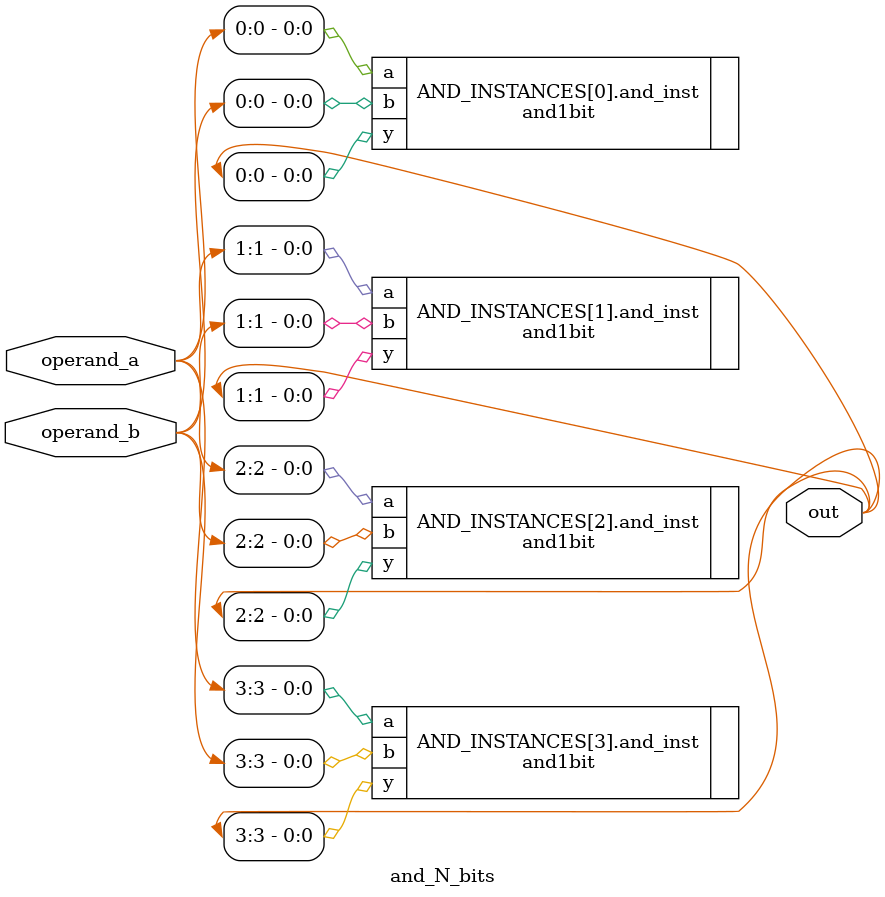
<source format=sv>
module and_N_bits #(parameter N = 4) (
	input logic [N-1:0] operand_a,
	input logic [N-1:0] operand_b,
	output logic [N-1:0] out
);
   genvar i;
   generate
       for (i = 0; i < N; i=i+1) begin : AND_INSTANCES
           and1bit and_inst (
               .a(operand_a[i]),
               .b(operand_b[i]),
               .y(out[i])
           );
       end
   endgenerate
endmodule
</source>
